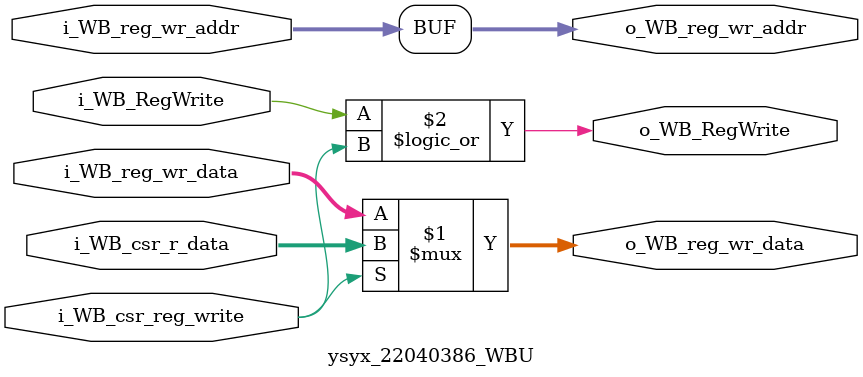
<source format=v>
module ysyx_22040386_WBU (
    input wire [63:0] i_WB_reg_wr_data,
    input wire i_WB_RegWrite,
    input wire [4:0] i_WB_reg_wr_addr,
    //csr
    input wire i_WB_csr_reg_write,
    input wire [63:0] i_WB_csr_r_data,

    output wire [63:0] o_WB_reg_wr_data,
    output wire o_WB_RegWrite,
    output wire [4:0] o_WB_reg_wr_addr,
);

assign o_WB_reg_wr_data = (i_WB_csr_reg_write) ? i_WB_csr_r_data : i_WB_reg_wr_data;
assign o_WB_RegWrite = i_WB_RegWrite || i_WB_csr_reg_write;
assign o_WB_reg_wr_addr = i_WB_reg_wr_addr;

endmodule

</source>
